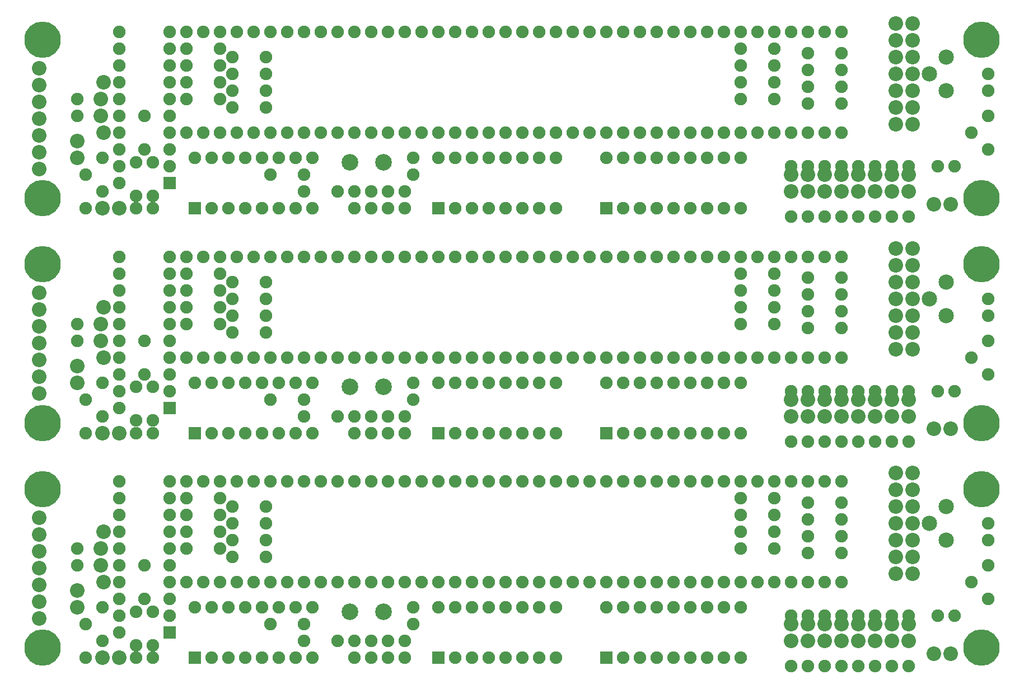
<source format=gts>
G04 (created by PCBNEW (2013-07-07 BZR 4022)-stable) date 21/01/2014 23:36:15*
%MOIN*%
G04 Gerber Fmt 3.4, Leading zero omitted, Abs format*
%FSLAX34Y34*%
G01*
G70*
G90*
G04 APERTURE LIST*
%ADD10C,0.00590551*%
%ADD11C,0.21685*%
%ADD12C,0.0987*%
%ADD13C,0.0751181*%
%ADD14C,0.0869*%
%ADD15R,0.075X0.075*%
%ADD16C,0.075*%
%ADD17C,0.0908661*%
G04 APERTURE END LIST*
G54D10*
G54D11*
X40944Y-67716D03*
X40944Y-77165D03*
X96850Y-67716D03*
X96850Y-77165D03*
G54D12*
X59250Y-75021D03*
X61250Y-75021D03*
G54D13*
X54500Y-73271D03*
X55500Y-73271D03*
X56500Y-73271D03*
X57500Y-73271D03*
X58500Y-73271D03*
X58500Y-67271D03*
X57500Y-67271D03*
X56500Y-67271D03*
X55500Y-67271D03*
X54500Y-67271D03*
X49500Y-73271D03*
X50500Y-73271D03*
X51500Y-73271D03*
X52500Y-73271D03*
X53500Y-73271D03*
X53500Y-67271D03*
X52500Y-67271D03*
X51500Y-67271D03*
X50500Y-67271D03*
X49500Y-67271D03*
X59500Y-73271D03*
X60500Y-73271D03*
X61500Y-73271D03*
X62500Y-73271D03*
X63500Y-73271D03*
X63500Y-67271D03*
X62500Y-67271D03*
X61500Y-67271D03*
X60500Y-67271D03*
X59500Y-67271D03*
X84500Y-73271D03*
X85500Y-73271D03*
X86500Y-73271D03*
X87500Y-73271D03*
X88500Y-73271D03*
X88500Y-67271D03*
X87500Y-67271D03*
X86500Y-67271D03*
X85500Y-67271D03*
X84500Y-67271D03*
X79500Y-73271D03*
X80500Y-73271D03*
X81500Y-73271D03*
X82500Y-73271D03*
X83500Y-73271D03*
X83500Y-67271D03*
X82500Y-67271D03*
X81500Y-67271D03*
X80500Y-67271D03*
X79500Y-67271D03*
X74500Y-73271D03*
X75500Y-73271D03*
X76500Y-73271D03*
X77500Y-73271D03*
X78500Y-73271D03*
X78500Y-67271D03*
X77500Y-67271D03*
X76500Y-67271D03*
X75500Y-67271D03*
X74500Y-67271D03*
X69500Y-73271D03*
X70500Y-73271D03*
X71500Y-73271D03*
X72500Y-73271D03*
X73500Y-73271D03*
X73500Y-67271D03*
X72500Y-67271D03*
X71500Y-67271D03*
X70500Y-67271D03*
X69500Y-67271D03*
X64500Y-73271D03*
X65500Y-73271D03*
X66500Y-73271D03*
X67500Y-73271D03*
X68500Y-73271D03*
X68500Y-67271D03*
X67500Y-67271D03*
X66500Y-67271D03*
X65500Y-67271D03*
X64500Y-67271D03*
X92500Y-75271D03*
X91500Y-75271D03*
X90500Y-75271D03*
X89500Y-75271D03*
X88500Y-75271D03*
X87500Y-75271D03*
X86500Y-75271D03*
X85500Y-75271D03*
X85500Y-78271D03*
X86500Y-78271D03*
X87500Y-78271D03*
X88500Y-78271D03*
X89500Y-78271D03*
X90500Y-78271D03*
X91500Y-78271D03*
X92500Y-78271D03*
G54D14*
X91750Y-66771D03*
X92750Y-66771D03*
X91750Y-67771D03*
X92750Y-67771D03*
X91750Y-68771D03*
X92750Y-68771D03*
X91750Y-69771D03*
X92750Y-69771D03*
X91750Y-70771D03*
X92750Y-70771D03*
X91750Y-71771D03*
X92750Y-71771D03*
X91750Y-72771D03*
X92750Y-72771D03*
X40750Y-73421D03*
X40750Y-74421D03*
X40750Y-75421D03*
X44578Y-73271D03*
X44421Y-72271D03*
X44421Y-71271D03*
X44578Y-70271D03*
X92500Y-75771D03*
X92500Y-76771D03*
X95000Y-77521D03*
X94000Y-77521D03*
X44500Y-77771D03*
X45500Y-77771D03*
X91500Y-75771D03*
X91500Y-76771D03*
X90500Y-75771D03*
X90500Y-76771D03*
X40750Y-72421D03*
X40750Y-71421D03*
X85500Y-75771D03*
X85500Y-76771D03*
X86500Y-75771D03*
X86500Y-76771D03*
X87500Y-75771D03*
X87500Y-76771D03*
X89500Y-75771D03*
X89500Y-76771D03*
X88500Y-75771D03*
X88500Y-76771D03*
G54D13*
X52250Y-68771D03*
X54250Y-68771D03*
X49500Y-69271D03*
X51500Y-69271D03*
X47000Y-74271D03*
X47000Y-72271D03*
X49500Y-68271D03*
X51500Y-68271D03*
X52250Y-71771D03*
X54250Y-71771D03*
X52250Y-69771D03*
X54250Y-69771D03*
X49500Y-70271D03*
X51500Y-70271D03*
X52250Y-70771D03*
X54250Y-70771D03*
X49500Y-71271D03*
X51500Y-71271D03*
X56500Y-76771D03*
X58500Y-76771D03*
X54500Y-75771D03*
X56500Y-75771D03*
X43500Y-75771D03*
X43500Y-77771D03*
X44500Y-76771D03*
X44500Y-74771D03*
X88500Y-68521D03*
X86500Y-68521D03*
X46500Y-77021D03*
X46500Y-75021D03*
X47500Y-75021D03*
X47500Y-77021D03*
X84500Y-68271D03*
X82500Y-68271D03*
X88500Y-71521D03*
X86500Y-71521D03*
X84500Y-71271D03*
X82500Y-71271D03*
X88500Y-70521D03*
X86500Y-70521D03*
X84500Y-70271D03*
X82500Y-70271D03*
X88500Y-69521D03*
X86500Y-69521D03*
X84500Y-69271D03*
X82500Y-69271D03*
G54D15*
X48500Y-76271D03*
G54D16*
X48500Y-75271D03*
X48500Y-74271D03*
X48500Y-73271D03*
X48500Y-72271D03*
X48500Y-71271D03*
X48500Y-70271D03*
X48500Y-69271D03*
X48500Y-68271D03*
X48500Y-67271D03*
X45500Y-67271D03*
X45500Y-68271D03*
X45500Y-69271D03*
X45500Y-70271D03*
X45500Y-71271D03*
X45500Y-72271D03*
X45500Y-73271D03*
X45500Y-74271D03*
X45500Y-75271D03*
X45500Y-76271D03*
G54D15*
X74500Y-77771D03*
G54D16*
X75500Y-77771D03*
X76500Y-77771D03*
X77500Y-77771D03*
X78500Y-77771D03*
X79500Y-77771D03*
X80500Y-77771D03*
X81500Y-77771D03*
X82500Y-77771D03*
X82500Y-74771D03*
X81500Y-74771D03*
X80500Y-74771D03*
X79500Y-74771D03*
X78500Y-74771D03*
X77500Y-74771D03*
X76500Y-74771D03*
X75500Y-74771D03*
X74500Y-74771D03*
G54D15*
X50000Y-77771D03*
G54D16*
X51000Y-77771D03*
X52000Y-77771D03*
X53000Y-77771D03*
X54000Y-77771D03*
X55000Y-77771D03*
X56000Y-77771D03*
X57000Y-77771D03*
X57000Y-74771D03*
X56000Y-74771D03*
X55000Y-74771D03*
X54000Y-74771D03*
X53000Y-74771D03*
X52000Y-74771D03*
X51000Y-74771D03*
X50000Y-74771D03*
G54D15*
X64500Y-77771D03*
G54D16*
X65500Y-77771D03*
X66500Y-77771D03*
X67500Y-77771D03*
X68500Y-77771D03*
X69500Y-77771D03*
X70500Y-77771D03*
X71500Y-77771D03*
X71500Y-74771D03*
X70500Y-74771D03*
X69500Y-74771D03*
X68500Y-74771D03*
X67500Y-74771D03*
X66500Y-74771D03*
X65500Y-74771D03*
X64500Y-74771D03*
G54D13*
X47500Y-77771D03*
X46500Y-77771D03*
X63000Y-74771D03*
X63000Y-75771D03*
X62500Y-76771D03*
X62500Y-77771D03*
X60500Y-76771D03*
X60500Y-77771D03*
X61500Y-76771D03*
X61500Y-77771D03*
X59500Y-76771D03*
X59500Y-77771D03*
X43000Y-72271D03*
X43000Y-71271D03*
X97250Y-74271D03*
X96250Y-73271D03*
X97250Y-72271D03*
G54D17*
X94750Y-68771D03*
X93750Y-69771D03*
X94750Y-70771D03*
G54D13*
X97250Y-70771D03*
X97250Y-69771D03*
X95250Y-75271D03*
X94250Y-75271D03*
G54D14*
X43000Y-74771D03*
X43000Y-73771D03*
X40750Y-69421D03*
X40750Y-70421D03*
X40750Y-56035D03*
X40750Y-57035D03*
X43000Y-61385D03*
X43000Y-60385D03*
G54D13*
X95250Y-61885D03*
X94250Y-61885D03*
X97250Y-57385D03*
X97250Y-56385D03*
G54D17*
X94750Y-55385D03*
X93750Y-56385D03*
X94750Y-57385D03*
G54D13*
X97250Y-60885D03*
X96250Y-59885D03*
X97250Y-58885D03*
X43000Y-58885D03*
X43000Y-57885D03*
X59500Y-63385D03*
X59500Y-64385D03*
X61500Y-63385D03*
X61500Y-64385D03*
X60500Y-63385D03*
X60500Y-64385D03*
X62500Y-63385D03*
X62500Y-64385D03*
X63000Y-61385D03*
X63000Y-62385D03*
X47500Y-64385D03*
X46500Y-64385D03*
G54D15*
X64500Y-64385D03*
G54D16*
X65500Y-64385D03*
X66500Y-64385D03*
X67500Y-64385D03*
X68500Y-64385D03*
X69500Y-64385D03*
X70500Y-64385D03*
X71500Y-64385D03*
X71500Y-61385D03*
X70500Y-61385D03*
X69500Y-61385D03*
X68500Y-61385D03*
X67500Y-61385D03*
X66500Y-61385D03*
X65500Y-61385D03*
X64500Y-61385D03*
G54D15*
X50000Y-64385D03*
G54D16*
X51000Y-64385D03*
X52000Y-64385D03*
X53000Y-64385D03*
X54000Y-64385D03*
X55000Y-64385D03*
X56000Y-64385D03*
X57000Y-64385D03*
X57000Y-61385D03*
X56000Y-61385D03*
X55000Y-61385D03*
X54000Y-61385D03*
X53000Y-61385D03*
X52000Y-61385D03*
X51000Y-61385D03*
X50000Y-61385D03*
G54D15*
X74500Y-64385D03*
G54D16*
X75500Y-64385D03*
X76500Y-64385D03*
X77500Y-64385D03*
X78500Y-64385D03*
X79500Y-64385D03*
X80500Y-64385D03*
X81500Y-64385D03*
X82500Y-64385D03*
X82500Y-61385D03*
X81500Y-61385D03*
X80500Y-61385D03*
X79500Y-61385D03*
X78500Y-61385D03*
X77500Y-61385D03*
X76500Y-61385D03*
X75500Y-61385D03*
X74500Y-61385D03*
G54D15*
X48500Y-62885D03*
G54D16*
X48500Y-61885D03*
X48500Y-60885D03*
X48500Y-59885D03*
X48500Y-58885D03*
X48500Y-57885D03*
X48500Y-56885D03*
X48500Y-55885D03*
X48500Y-54885D03*
X48500Y-53885D03*
X45500Y-53885D03*
X45500Y-54885D03*
X45500Y-55885D03*
X45500Y-56885D03*
X45500Y-57885D03*
X45500Y-58885D03*
X45500Y-59885D03*
X45500Y-60885D03*
X45500Y-61885D03*
X45500Y-62885D03*
G54D13*
X84500Y-55885D03*
X82500Y-55885D03*
X88500Y-56135D03*
X86500Y-56135D03*
X84500Y-56885D03*
X82500Y-56885D03*
X88500Y-57135D03*
X86500Y-57135D03*
X84500Y-57885D03*
X82500Y-57885D03*
X88500Y-58135D03*
X86500Y-58135D03*
X84500Y-54885D03*
X82500Y-54885D03*
X47500Y-61635D03*
X47500Y-63635D03*
X46500Y-63635D03*
X46500Y-61635D03*
X88500Y-55135D03*
X86500Y-55135D03*
X44500Y-63385D03*
X44500Y-61385D03*
X43500Y-62385D03*
X43500Y-64385D03*
X54500Y-62385D03*
X56500Y-62385D03*
X56500Y-63385D03*
X58500Y-63385D03*
X49500Y-57885D03*
X51500Y-57885D03*
X52250Y-57385D03*
X54250Y-57385D03*
X49500Y-56885D03*
X51500Y-56885D03*
X52250Y-56385D03*
X54250Y-56385D03*
X52250Y-58385D03*
X54250Y-58385D03*
X49500Y-54885D03*
X51500Y-54885D03*
X47000Y-60885D03*
X47000Y-58885D03*
X49500Y-55885D03*
X51500Y-55885D03*
X52250Y-55385D03*
X54250Y-55385D03*
G54D14*
X88500Y-62385D03*
X88500Y-63385D03*
X89500Y-62385D03*
X89500Y-63385D03*
X87500Y-62385D03*
X87500Y-63385D03*
X86500Y-62385D03*
X86500Y-63385D03*
X85500Y-62385D03*
X85500Y-63385D03*
X40750Y-59035D03*
X40750Y-58035D03*
X90500Y-62385D03*
X90500Y-63385D03*
X91500Y-62385D03*
X91500Y-63385D03*
X44500Y-64385D03*
X45500Y-64385D03*
X95000Y-64135D03*
X94000Y-64135D03*
X92500Y-62385D03*
X92500Y-63385D03*
X44578Y-59885D03*
X44421Y-58885D03*
X44421Y-57885D03*
X44578Y-56885D03*
X40750Y-60035D03*
X40750Y-61035D03*
X40750Y-62035D03*
X91750Y-53385D03*
X92750Y-53385D03*
X91750Y-54385D03*
X92750Y-54385D03*
X91750Y-55385D03*
X92750Y-55385D03*
X91750Y-56385D03*
X92750Y-56385D03*
X91750Y-57385D03*
X92750Y-57385D03*
X91750Y-58385D03*
X92750Y-58385D03*
X91750Y-59385D03*
X92750Y-59385D03*
G54D13*
X92500Y-61885D03*
X91500Y-61885D03*
X90500Y-61885D03*
X89500Y-61885D03*
X88500Y-61885D03*
X87500Y-61885D03*
X86500Y-61885D03*
X85500Y-61885D03*
X85500Y-64885D03*
X86500Y-64885D03*
X87500Y-64885D03*
X88500Y-64885D03*
X89500Y-64885D03*
X90500Y-64885D03*
X91500Y-64885D03*
X92500Y-64885D03*
X64500Y-59885D03*
X65500Y-59885D03*
X66500Y-59885D03*
X67500Y-59885D03*
X68500Y-59885D03*
X68500Y-53885D03*
X67500Y-53885D03*
X66500Y-53885D03*
X65500Y-53885D03*
X64500Y-53885D03*
X69500Y-59885D03*
X70500Y-59885D03*
X71500Y-59885D03*
X72500Y-59885D03*
X73500Y-59885D03*
X73500Y-53885D03*
X72500Y-53885D03*
X71500Y-53885D03*
X70500Y-53885D03*
X69500Y-53885D03*
X74500Y-59885D03*
X75500Y-59885D03*
X76500Y-59885D03*
X77500Y-59885D03*
X78500Y-59885D03*
X78500Y-53885D03*
X77500Y-53885D03*
X76500Y-53885D03*
X75500Y-53885D03*
X74500Y-53885D03*
X79500Y-59885D03*
X80500Y-59885D03*
X81500Y-59885D03*
X82500Y-59885D03*
X83500Y-59885D03*
X83500Y-53885D03*
X82500Y-53885D03*
X81500Y-53885D03*
X80500Y-53885D03*
X79500Y-53885D03*
X84500Y-59885D03*
X85500Y-59885D03*
X86500Y-59885D03*
X87500Y-59885D03*
X88500Y-59885D03*
X88500Y-53885D03*
X87500Y-53885D03*
X86500Y-53885D03*
X85500Y-53885D03*
X84500Y-53885D03*
X59500Y-59885D03*
X60500Y-59885D03*
X61500Y-59885D03*
X62500Y-59885D03*
X63500Y-59885D03*
X63500Y-53885D03*
X62500Y-53885D03*
X61500Y-53885D03*
X60500Y-53885D03*
X59500Y-53885D03*
X49500Y-59885D03*
X50500Y-59885D03*
X51500Y-59885D03*
X52500Y-59885D03*
X53500Y-59885D03*
X53500Y-53885D03*
X52500Y-53885D03*
X51500Y-53885D03*
X50500Y-53885D03*
X49500Y-53885D03*
X54500Y-59885D03*
X55500Y-59885D03*
X56500Y-59885D03*
X57500Y-59885D03*
X58500Y-59885D03*
X58500Y-53885D03*
X57500Y-53885D03*
X56500Y-53885D03*
X55500Y-53885D03*
X54500Y-53885D03*
G54D12*
X59250Y-61635D03*
X61250Y-61635D03*
G54D11*
X96850Y-63779D03*
X96850Y-54330D03*
X40944Y-63779D03*
X40944Y-54330D03*
X40944Y-40944D03*
X40944Y-50393D03*
X96850Y-40944D03*
X96850Y-50393D03*
G54D12*
X59250Y-48250D03*
X61250Y-48250D03*
G54D13*
X54500Y-46500D03*
X55500Y-46500D03*
X56500Y-46500D03*
X57500Y-46500D03*
X58500Y-46500D03*
X58500Y-40500D03*
X57500Y-40500D03*
X56500Y-40500D03*
X55500Y-40500D03*
X54500Y-40500D03*
X49500Y-46500D03*
X50500Y-46500D03*
X51500Y-46500D03*
X52500Y-46500D03*
X53500Y-46500D03*
X53500Y-40500D03*
X52500Y-40500D03*
X51500Y-40500D03*
X50500Y-40500D03*
X49500Y-40500D03*
X59500Y-46500D03*
X60500Y-46500D03*
X61500Y-46500D03*
X62500Y-46500D03*
X63500Y-46500D03*
X63500Y-40500D03*
X62500Y-40500D03*
X61500Y-40500D03*
X60500Y-40500D03*
X59500Y-40500D03*
X84500Y-46500D03*
X85500Y-46500D03*
X86500Y-46500D03*
X87500Y-46500D03*
X88500Y-46500D03*
X88500Y-40500D03*
X87500Y-40500D03*
X86500Y-40500D03*
X85500Y-40500D03*
X84500Y-40500D03*
X79500Y-46500D03*
X80500Y-46500D03*
X81500Y-46500D03*
X82500Y-46500D03*
X83500Y-46500D03*
X83500Y-40500D03*
X82500Y-40500D03*
X81500Y-40500D03*
X80500Y-40500D03*
X79500Y-40500D03*
X74500Y-46500D03*
X75500Y-46500D03*
X76500Y-46500D03*
X77500Y-46500D03*
X78500Y-46500D03*
X78500Y-40500D03*
X77500Y-40500D03*
X76500Y-40500D03*
X75500Y-40500D03*
X74500Y-40500D03*
X69500Y-46500D03*
X70500Y-46500D03*
X71500Y-46500D03*
X72500Y-46500D03*
X73500Y-46500D03*
X73500Y-40500D03*
X72500Y-40500D03*
X71500Y-40500D03*
X70500Y-40500D03*
X69500Y-40500D03*
X64500Y-46500D03*
X65500Y-46500D03*
X66500Y-46500D03*
X67500Y-46500D03*
X68500Y-46500D03*
X68500Y-40500D03*
X67500Y-40500D03*
X66500Y-40500D03*
X65500Y-40500D03*
X64500Y-40500D03*
X92500Y-48500D03*
X91500Y-48500D03*
X90500Y-48500D03*
X89500Y-48500D03*
X88500Y-48500D03*
X87500Y-48500D03*
X86500Y-48500D03*
X85500Y-48500D03*
X85500Y-51500D03*
X86500Y-51500D03*
X87500Y-51500D03*
X88500Y-51500D03*
X89500Y-51500D03*
X90500Y-51500D03*
X91500Y-51500D03*
X92500Y-51500D03*
G54D14*
X91750Y-40000D03*
X92750Y-40000D03*
X91750Y-41000D03*
X92750Y-41000D03*
X91750Y-42000D03*
X92750Y-42000D03*
X91750Y-43000D03*
X92750Y-43000D03*
X91750Y-44000D03*
X92750Y-44000D03*
X91750Y-45000D03*
X92750Y-45000D03*
X91750Y-46000D03*
X92750Y-46000D03*
X40750Y-46650D03*
X40750Y-47650D03*
X40750Y-48650D03*
X44578Y-46500D03*
X44421Y-45500D03*
X44421Y-44500D03*
X44578Y-43500D03*
X92500Y-49000D03*
X92500Y-50000D03*
X95000Y-50750D03*
X94000Y-50750D03*
X44500Y-51000D03*
X45500Y-51000D03*
X91500Y-49000D03*
X91500Y-50000D03*
X90500Y-49000D03*
X90500Y-50000D03*
X40750Y-45650D03*
X40750Y-44650D03*
X85500Y-49000D03*
X85500Y-50000D03*
X86500Y-49000D03*
X86500Y-50000D03*
X87500Y-49000D03*
X87500Y-50000D03*
X89500Y-49000D03*
X89500Y-50000D03*
X88500Y-49000D03*
X88500Y-50000D03*
G54D13*
X52250Y-42000D03*
X54250Y-42000D03*
X49500Y-42500D03*
X51500Y-42500D03*
X47000Y-47500D03*
X47000Y-45500D03*
X49500Y-41500D03*
X51500Y-41500D03*
X52250Y-45000D03*
X54250Y-45000D03*
X52250Y-43000D03*
X54250Y-43000D03*
X49500Y-43500D03*
X51500Y-43500D03*
X52250Y-44000D03*
X54250Y-44000D03*
X49500Y-44500D03*
X51500Y-44500D03*
X56500Y-50000D03*
X58500Y-50000D03*
X54500Y-49000D03*
X56500Y-49000D03*
X43500Y-49000D03*
X43500Y-51000D03*
X44500Y-50000D03*
X44500Y-48000D03*
X88500Y-41750D03*
X86500Y-41750D03*
X46500Y-50250D03*
X46500Y-48250D03*
X47500Y-48250D03*
X47500Y-50250D03*
X84500Y-41500D03*
X82500Y-41500D03*
X88500Y-44750D03*
X86500Y-44750D03*
X84500Y-44500D03*
X82500Y-44500D03*
X88500Y-43750D03*
X86500Y-43750D03*
X84500Y-43500D03*
X82500Y-43500D03*
X88500Y-42750D03*
X86500Y-42750D03*
X84500Y-42500D03*
X82500Y-42500D03*
G54D15*
X48500Y-49500D03*
G54D16*
X48500Y-48500D03*
X48500Y-47500D03*
X48500Y-46500D03*
X48500Y-45500D03*
X48500Y-44500D03*
X48500Y-43500D03*
X48500Y-42500D03*
X48500Y-41500D03*
X48500Y-40500D03*
X45500Y-40500D03*
X45500Y-41500D03*
X45500Y-42500D03*
X45500Y-43500D03*
X45500Y-44500D03*
X45500Y-45500D03*
X45500Y-46500D03*
X45500Y-47500D03*
X45500Y-48500D03*
X45500Y-49500D03*
G54D15*
X74500Y-51000D03*
G54D16*
X75500Y-51000D03*
X76500Y-51000D03*
X77500Y-51000D03*
X78500Y-51000D03*
X79500Y-51000D03*
X80500Y-51000D03*
X81500Y-51000D03*
X82500Y-51000D03*
X82500Y-48000D03*
X81500Y-48000D03*
X80500Y-48000D03*
X79500Y-48000D03*
X78500Y-48000D03*
X77500Y-48000D03*
X76500Y-48000D03*
X75500Y-48000D03*
X74500Y-48000D03*
G54D15*
X50000Y-51000D03*
G54D16*
X51000Y-51000D03*
X52000Y-51000D03*
X53000Y-51000D03*
X54000Y-51000D03*
X55000Y-51000D03*
X56000Y-51000D03*
X57000Y-51000D03*
X57000Y-48000D03*
X56000Y-48000D03*
X55000Y-48000D03*
X54000Y-48000D03*
X53000Y-48000D03*
X52000Y-48000D03*
X51000Y-48000D03*
X50000Y-48000D03*
G54D15*
X64500Y-51000D03*
G54D16*
X65500Y-51000D03*
X66500Y-51000D03*
X67500Y-51000D03*
X68500Y-51000D03*
X69500Y-51000D03*
X70500Y-51000D03*
X71500Y-51000D03*
X71500Y-48000D03*
X70500Y-48000D03*
X69500Y-48000D03*
X68500Y-48000D03*
X67500Y-48000D03*
X66500Y-48000D03*
X65500Y-48000D03*
X64500Y-48000D03*
G54D13*
X47500Y-51000D03*
X46500Y-51000D03*
X63000Y-48000D03*
X63000Y-49000D03*
X62500Y-50000D03*
X62500Y-51000D03*
X60500Y-50000D03*
X60500Y-51000D03*
X61500Y-50000D03*
X61500Y-51000D03*
X59500Y-50000D03*
X59500Y-51000D03*
X43000Y-45500D03*
X43000Y-44500D03*
X97250Y-47500D03*
X96250Y-46500D03*
X97250Y-45500D03*
G54D17*
X94750Y-42000D03*
X93750Y-43000D03*
X94750Y-44000D03*
G54D13*
X97250Y-44000D03*
X97250Y-43000D03*
X95250Y-48500D03*
X94250Y-48500D03*
G54D14*
X43000Y-48000D03*
X43000Y-47000D03*
X40750Y-42650D03*
X40750Y-43650D03*
M02*

</source>
